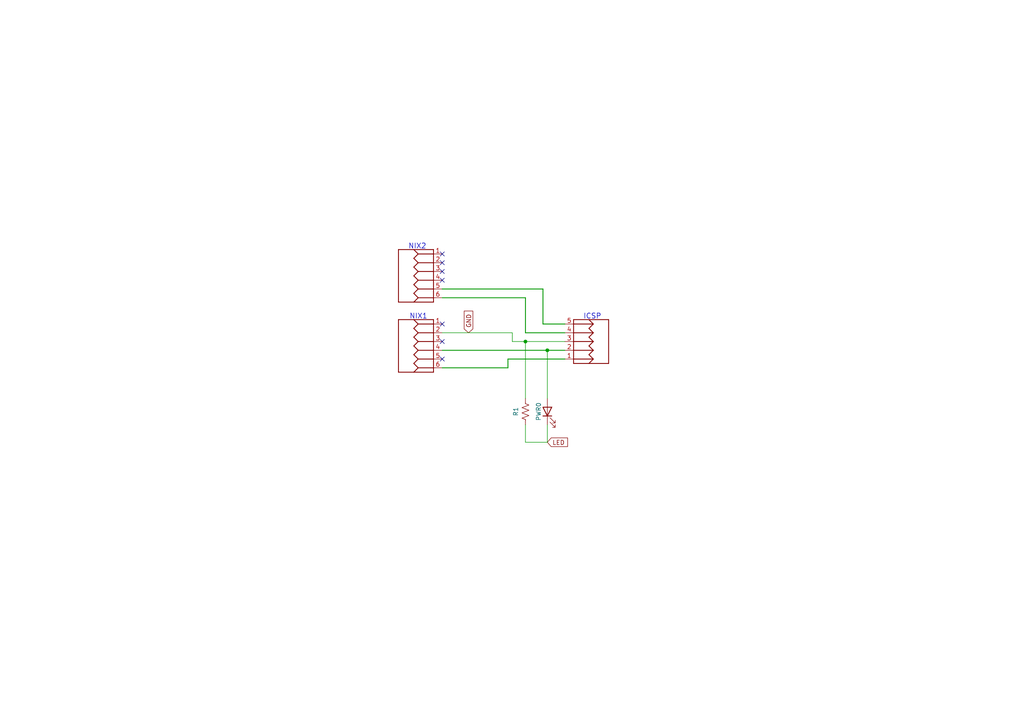
<source format=kicad_sch>
(kicad_sch (version 20231120) (generator "eeschema") (generator_version "8.0")
  (paper "A4")
  (lib_symbols
    (symbol "Device:LED" (pin_numbers hide) (pin_names (offset 1.016) hide)
      (property "Reference" "D" (at 0 2.54 0))
      (property "Value" "LED" (at 0 -2.54 0))
      (symbol "LED_0_1"
        (polyline (pts (xy -1.27 -1.27) (xy -1.27 1.27)) (stroke (width 0.254)))
        (polyline (pts (xy -1.27 0) (xy 1.27 0)))
        (polyline (pts (xy 1.27 -1.27) (xy 1.27 1.27) (xy -1.27 0) (xy 1.27 -1.27)) (stroke (width 0.254)))
        (polyline (pts (xy -3.048 -0.762) (xy -4.572 -2.286) (xy -3.81 -2.286) (xy -4.572 -2.286) (xy -4.572 -1.524)))
        (polyline (pts (xy -1.778 -0.762) (xy -3.302 -2.286) (xy -2.54 -2.286) (xy -3.302 -2.286) (xy -3.302 -1.524)))
      )
      (symbol "LED_1_1"
        (pin passive line (at -3.81 0 0) (length 2.54) (name "K") (number "1"))
        (pin passive line (at 3.81 0 180) (length 2.54) (name "A") (number "2"))
      )
    )
    (symbol "Device:R_US" (pin_numbers hide) (pin_names (offset 0))
      (property "Reference" "R" (at 2.54 0 90))
      (property "Value" "R_US" (at -2.54 0 90))
      (symbol "R_US_0_1"
        (polyline (pts (xy 0 -2.286) (xy 0 -2.54)))
        (polyline (pts (xy 0 2.286) (xy 0 2.54)))
        (polyline (pts (xy 0 -0.762) (xy 1.016 -1.143) (xy 0 -1.524) (xy -1.016 -1.905) (xy 0 -2.286)))
        (polyline (pts (xy 0 0.762) (xy 1.016 0.381) (xy 0 0) (xy -1.016 -0.381) (xy 0 -0.762)))
        (polyline (pts (xy 0 2.286) (xy 1.016 1.905) (xy 0 1.524) (xy -1.016 1.143) (xy 0 0.762)))
      )
      (symbol "R_US_1_1"
        (pin passive line (at 0 3.81 270) (length 1.27) (name "~") (number "1"))
        (pin passive line (at 0 -3.81 90) (length 1.27) (name "~") (number "2"))
      )
    )
    (symbol "ICSP Adapter-eagle-import:HDR-1X5H"
      (symbol "HDR-1X5H_1_0"
        (polyline (pts (xy -5.08 -6.35) (xy -5.08 6.35)) (stroke (width 0.25)))
        (polyline (pts (xy -5.08 6.35) (xy 5.08 6.35)) (stroke (width 0.25)))
        (polyline (pts (xy -0.635 -5.08) (xy 0.635 -6.35)) (stroke (width 0.25)))
        (polyline (pts (xy -0.635 -5.08) (xy 0.635 -3.81)) (stroke (width 0.25)))
        (polyline (pts (xy -0.635 -5.08) (xy 5.08 -5.08)) (stroke (width 0.25)))
        (polyline (pts (xy -0.635 -2.54) (xy 0.635 -3.81)) (stroke (width 0.25)))
        (polyline (pts (xy -0.635 -2.54) (xy 0.635 -1.27)) (stroke (width 0.25)))
        (polyline (pts (xy -0.635 -2.54) (xy 5.08 -2.54)) (stroke (width 0.25)))
        (polyline (pts (xy -0.635 0) (xy 0.635 -1.27)) (stroke (width 0.25)))
        (polyline (pts (xy -0.635 0) (xy 0.635 1.27)) (stroke (width 0.25)))
        (polyline (pts (xy -0.635 0) (xy 5.08 0)) (stroke (width 0.25)))
        (polyline (pts (xy -0.635 2.54) (xy 0.635 1.27)) (stroke (width 0.25)))
        (polyline (pts (xy -0.635 2.54) (xy 0.635 3.81)) (stroke (width 0.25)))
        (polyline (pts (xy -0.635 2.54) (xy 5.08 2.54)) (stroke (width 0.25)))
        (polyline (pts (xy -0.635 5.08) (xy 0.635 3.81)) (stroke (width 0.25)))
        (polyline (pts (xy -0.635 5.08) (xy 0.635 6.35)) (stroke (width 0.25)))
        (polyline (pts (xy -0.635 5.08) (xy 5.08 5.08)) (stroke (width 0.25)))
        (polyline (pts (xy 5.08 -6.35) (xy -5.08 -6.35)) (stroke (width 0.25)))
        (polyline (pts (xy 5.08 6.35) (xy 5.08 -6.35)) (stroke (width 0.25)))
        (pin passive line (at 7.62 5.08 180) (length 2.54) (name "P1") (number "1"))
        (pin passive line (at 7.62 2.54 180) (length 2.54) (name "P2") (number "2"))
        (pin passive line (at 7.62 0 180) (length 2.54) (name "P3") (number "3"))
        (pin passive line (at 7.62 -2.54 180) (length 2.54) (name "P4") (number "4"))
        (pin passive line (at 7.62 -5.08 180) (length 2.54) (name "P5") (number "5"))
      )
    )
    (symbol "ICSP Adapter-eagle-import:HDRF-2X3"
      (symbol "HDRF-2X3_1_0"
        (polyline (pts (xy -5.08 -7.62) (xy -5.08 7.62)) (stroke (width 0.25)))
        (polyline (pts (xy -5.08 7.62) (xy 5.08 7.62)) (stroke (width 0.25)))
        (polyline (pts (xy -0.635 -7.62) (xy 0.635 -6.35)) (stroke (width 0.25)))
        (polyline (pts (xy -0.635 -5.08) (xy 0.635 -3.81)) (stroke (width 0.25)))
        (polyline (pts (xy -0.635 -2.54) (xy 0.635 -1.27)) (stroke (width 0.25)))
        (polyline (pts (xy -0.635 0) (xy 0.635 1.27)) (stroke (width 0.25)))
        (polyline (pts (xy -0.635 2.54) (xy 0.635 3.81)) (stroke (width 0.25)))
        (polyline (pts (xy -0.635 5.08) (xy 0.635 6.35)) (stroke (width 0.25)))
        (polyline (pts (xy 0.635 -6.35) (xy -0.635 -5.08)) (stroke (width 0.25)))
        (polyline (pts (xy 0.635 -6.35) (xy 5.08 -6.35)) (stroke (width 0.25)))
        (polyline (pts (xy 0.635 -3.81) (xy -0.635 -2.54)) (stroke (width 0.25)))
        (polyline (pts (xy 0.635 -3.81) (xy 5.08 -3.81)) (stroke (width 0.25)))
        (polyline (pts (xy 0.635 -1.27) (xy -0.635 0)) (stroke (width 0.25)))
        (polyline (pts (xy 0.635 -1.27) (xy 5.08 -1.27)) (stroke (width 0.25)))
        (polyline (pts (xy 0.635 1.27) (xy -0.635 2.54)) (stroke (width 0.25)))
        (polyline (pts (xy 0.635 1.27) (xy 5.08 1.27)) (stroke (width 0.25)))
        (polyline (pts (xy 0.635 3.81) (xy -0.635 5.08)) (stroke (width 0.25)))
        (polyline (pts (xy 0.635 3.81) (xy 5.08 3.81)) (stroke (width 0.25)))
        (polyline (pts (xy 0.635 6.35) (xy -0.635 7.62)) (stroke (width 0.25)))
        (polyline (pts (xy 0.635 6.35) (xy 5.08 6.35)) (stroke (width 0.25)))
        (polyline (pts (xy 5.08 -7.62) (xy -5.08 -7.62)) (stroke (width 0.25)))
        (polyline (pts (xy 5.08 7.62) (xy 5.08 -7.62)) (stroke (width 0.25)))
        (pin passive line (at 7.62 6.35 180) (length 2.54) (name "P1") (number "1"))
        (pin passive line (at 7.62 3.81 180) (length 2.54) (name "P2") (number "2"))
        (pin passive line (at 7.62 1.27 180) (length 2.54) (name "P3") (number "3"))
        (pin passive line (at 7.62 -1.27 180) (length 2.54) (name "P4") (number "4"))
        (pin passive line (at 7.62 -3.81 180) (length 2.54) (name "P5") (number "5"))
        (pin passive line (at 7.62 -6.35 180) (length 2.54) (name "P6") (number "6"))
      )
    )
  )
  (junction (at 158.75 101.6))
  (junction (at 152.4 99.06))
  (no_connect (at 128.27 81.28))
  (no_connect (at 128.27 99.06))
  (no_connect (at 128.27 76.2))
  (no_connect (at 128.27 73.66))
  (no_connect (at 128.27 78.74))
  (no_connect (at 128.27 104.14))
  (no_connect (at 128.27 93.98))
  (wire (pts (xy 158.75 128.27) (xy 152.4 128.27)))
  (wire (pts (xy 163.83 93.98) (xy 157.48 93.98)) (stroke (width 0.25)))
  (wire (pts (xy 152.4 99.06) (xy 163.83 99.06)))
  (wire (pts (xy 148.59 96.52) (xy 148.59 99.06)))
  (wire (pts (xy 157.48 93.98) (xy 157.48 83.82)) (stroke (width 0.25)))
  (wire (pts (xy 128.27 101.6) (xy 158.75 101.6)) (stroke (width 0.25)))
  (wire (pts (xy 152.4 128.27) (xy 152.4 123.19)))
  (wire (pts (xy 152.4 96.52) (xy 152.4 86.36)) (stroke (width 0.25)))
  (wire (pts (xy 152.4 86.36) (xy 128.27 86.36)) (stroke (width 0.25)))
  (wire (pts (xy 163.83 96.52) (xy 152.4 96.52)) (stroke (width 0.25)))
  (wire (pts (xy 128.27 96.52) (xy 148.59 96.52)))
  (wire (pts (xy 152.4 99.06) (xy 152.4 115.57)))
  (wire (pts (xy 158.75 128.27) (xy 158.75 123.19)))
  (wire (pts (xy 147.32 104.14) (xy 163.83 104.14)) (stroke (width 0.25)))
  (wire (pts (xy 158.75 101.6) (xy 163.83 101.6)) (stroke (width 0.25)))
  (wire (pts (xy 128.27 106.68) (xy 147.32 106.68)) (stroke (width 0.25)))
  (wire (pts (xy 158.75 101.6) (xy 158.75 115.57)))
  (wire (pts (xy 157.48 83.82) (xy 128.27 83.82)) (stroke (width 0.25)))
  (wire (pts (xy 147.32 106.68) (xy 147.32 104.14)) (stroke (width 0.25)))
  (wire (pts (xy 148.59 99.06) (xy 152.4 99.06)))
  (text "ICSP" (at 169.177 92.71 0) (effects (font (size 1.48 1.48)) (justify left bottom)))
  (text "NIX2" (at 118.413 72.39 0) (effects (font (size 1.48 1.48)) (justify left bottom)))
  (text "NIX1" (at 118.74 92.71 0) (effects (font (size 1.48 1.48)) (justify left bottom)))
  (global_label "GND" (shape input) (at 135.89 96.52 90) (property "Intersheetrefs" "${INTERSHEET_REFS}" (effects (hide yes))))
  (global_label "LED" (shape input) (at 158.75 128.27 0) (property "Intersheetrefs" "${INTERSHEET_REFS}" (effects (hide yes))))
  (symbol (lib_id "Device:LED") (at 158.75 119.38 90) (unit 1)
    (property "Reference" "PWR0" (at 156.21 119.38 0))
    (property "Value" "LED-5MM_ROUND_GREEN" (effects (hide yes)))
    (property "Footprint" "ICSP Adapter:LED-5MM_ROUND_GREEN" (effects (hide yes)))
    (property "Description" "Light emitting diode" (effects (hide yes)))
  )
  (symbol (lib_id "ICSP Adapter-eagle-import:HDRF-2X3") (at 120.65 100.33 0) (unit 1)
    (property "Reference" "NIX1" (effects (hide yes)))
    (property "Value" "HDRF-2X3" (effects (hide yes)))
    (property "Footprint" "ICSP Adapter:HDRF-2X3" (effects (hide yes)))
  )
  (symbol (lib_id "ICSP Adapter-eagle-import:HDR-1X5H") (at 171.45 99.06 180) (unit 1)
    (property "Reference" "ICSP0" (effects (hide yes)))
    (property "Value" "HDR-1X5H" (effects (hide yes)))
    (property "Footprint" "ICSP Adapter:HDR-1X5H" (effects (hide yes)))
  )
  (symbol (lib_id "Device:R_US") (at 152.4 119.38 180) (unit 1)
    (property "Reference" "R1" (at 149.606 119.38 90))
    (property "Value" "100" (effects (hide yes)))
    (property "Footprint" "Resistor_THT:R_Axial_DIN0207_L6.3mm_D2.5mm_P7.62mm_Horizontal" (effects (hide yes)))
    (property "Description" "Resistor, US symbol" (effects (hide yes)))
  )
  (symbol (lib_id "ICSP Adapter-eagle-import:HDRF-2X3") (at 120.65 80.01 0) (unit 1)
    (property "Reference" "NIX2" (effects (hide yes)))
    (property "Value" "HDRF-2X3" (effects (hide yes)))
    (property "Footprint" "ICSP Adapter:HDRF-2X3" (effects (hide yes)))
  )
)
</source>
